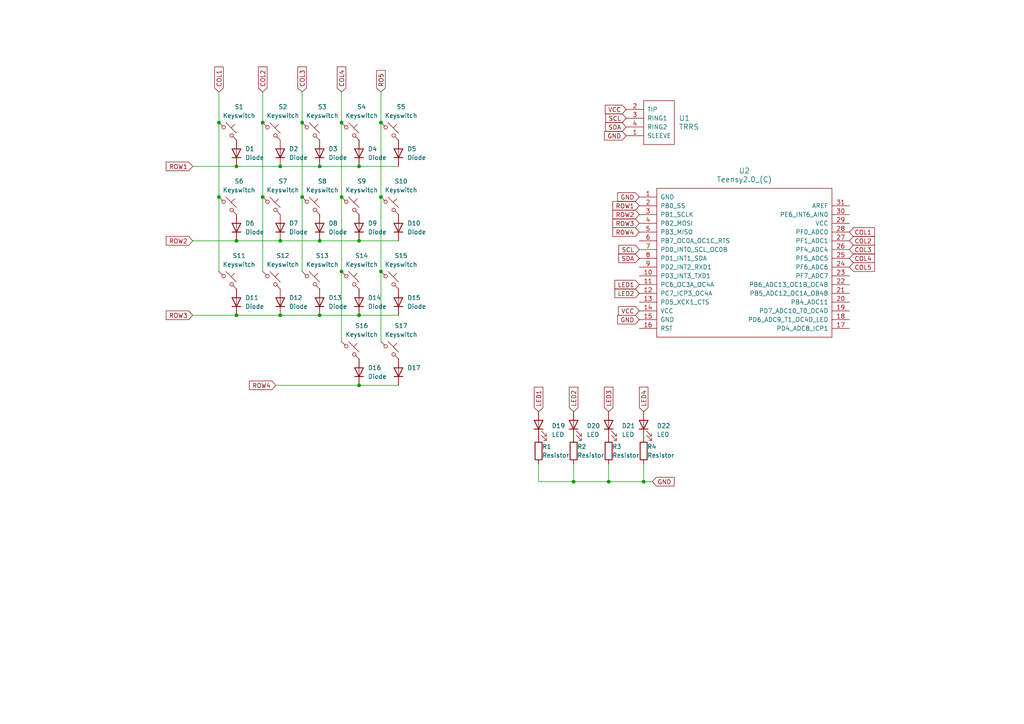
<source format=kicad_sch>
(kicad_sch (version 20231120) (generator "eeschema") (generator_version "8.0")
  (paper "A4")
  (lib_symbols
    (symbol "Device:LED" (pin_numbers hide) (pin_names (offset 1.016) hide)
      (property "Reference" "D" (at 0 2.54 0))
      (property "Value" "LED" (at 0 -2.54 0))
      (symbol "LED_0_1"
        (polyline (pts (xy -1.27 -1.27) (xy -1.27 1.27)) (stroke (width 0.254)))
        (polyline (pts (xy -1.27 0) (xy 1.27 0)))
        (polyline (pts (xy 1.27 -1.27) (xy 1.27 1.27) (xy -1.27 0) (xy 1.27 -1.27)) (stroke (width 0.254)))
        (polyline (pts (xy -3.048 -0.762) (xy -4.572 -2.286) (xy -3.81 -2.286) (xy -4.572 -2.286) (xy -4.572 -1.524)))
        (polyline (pts (xy -1.778 -0.762) (xy -3.302 -2.286) (xy -2.54 -2.286) (xy -3.302 -2.286) (xy -3.302 -1.524)))
      )
      (symbol "LED_1_1"
        (pin passive line (at -3.81 0 0) (length 2.54) (name "K") (number "1"))
        (pin passive line (at 3.81 0 180) (length 2.54) (name "A") (number "2"))
      )
    )
    (symbol "ScottoKeebs:Placeholder_Diode" (pin_numbers hide) (pin_names hide)
      (property "Reference" "D" (at 0 2.54 0))
      (property "Value" "Diode" (at 0 -2.54 0))
      (symbol "Placeholder_Diode_0_1"
        (polyline (pts (xy -1.27 1.27) (xy -1.27 -1.27)) (stroke (width 0.254)))
        (polyline (pts (xy 1.27 0) (xy -1.27 0)))
        (polyline (pts (xy 1.27 1.27) (xy 1.27 -1.27) (xy -1.27 0) (xy 1.27 1.27)) (stroke (width 0.254)))
      )
      (symbol "Placeholder_Diode_1_1"
        (pin passive line (at -3.81 0 0) (length 2.54) (name "K") (number "1"))
        (pin passive line (at 3.81 0 180) (length 2.54) (name "A") (number "2"))
      )
    )
    (symbol "ScottoKeebs:Placeholder_Keyswitch" (pin_numbers hide) (pin_names (offset 1.016) hide)
      (property "Reference" "S" (at 3.048 1.016 0))
      (property "Value" "Keyswitch" (at 0 -3.81 0))
      (symbol "Placeholder_Keyswitch_0_1"
        (circle (center -1.1684 1.1684) (radius 0.508))
        (polyline (pts (xy -0.508 2.54) (xy 2.54 -0.508)))
        (polyline (pts (xy 1.016 1.016) (xy 2.032 2.032)))
        (polyline (pts (xy -2.54 2.54) (xy -1.524 1.524) (xy -1.524 1.524)))
        (polyline (pts (xy 1.524 -1.524) (xy 2.54 -2.54) (xy 2.54 -2.54) (xy 2.54 -2.54)))
        (circle (center 1.143 -1.1938) (radius 0.508))
        (pin passive line (at -2.54 2.54 0) (length 0) (name "1") (number "1"))
        (pin passive line (at 2.54 -2.54 180) (length 0) (name "2") (number "2"))
      )
    )
    (symbol "ScottoKeebs:Placeholder_Resistor" (pin_numbers hide) (pin_names (offset 0))
      (property "Reference" "R" (at 0 2.032 0))
      (property "Value" "Resistor" (at 0 -2.54 0))
      (symbol "Placeholder_Resistor_0_1"
        (rectangle (start 2.54 -1.016) (end -2.54 1.016) (stroke (width 0.254)))
      )
      (symbol "Placeholder_Resistor_1_1"
        (pin passive line (at -3.81 0 0) (length 1.27) (name "~") (number "1"))
        (pin passive line (at 3.81 0 180) (length 1.27) (name "~") (number "2"))
      )
    )
    (symbol "ScottoKeebs:Placeholder_TRRS" (pin_names (offset 1.016))
      (property "Reference" "U" (at 0 15.24 0))
      (property "Value" "TRRS" (at 0 -2.54 0))
      (symbol "Placeholder_TRRS_0_1"
        (rectangle (start -3.81 0) (end -3.81 12.7))
        (rectangle (start -3.81 0) (end 5.08 0))
        (rectangle (start -3.81 12.7) (end 5.08 12.7))
        (rectangle (start 5.08 12.7) (end 5.08 0))
      )
      (symbol "Placeholder_TRRS_1_1"
        (pin input line (at -8.89 2.54 0) (length 5.08) (name "SLEEVE") (number "1"))
        (pin input line (at -8.89 10.16 0) (length 5.08) (name "TIP") (number "2"))
        (pin input line (at -8.89 7.62 0) (length 5.08) (name "RING1") (number "3"))
        (pin input line (at -8.89 5.08 0) (length 5.08) (name "RING2") (number "4"))
      )
    )
    (symbol "teensy:Teensy2.0_(C)" (pin_names (offset 1.016))
      (property "Reference" "U" (at 0 24.13 0))
      (property "Value" "Teensy2.0_(C)" (at 0 -24.13 0))
      (symbol "Teensy2.0_(C)_0_1"
        (rectangle (start -25.4 21.59) (end 25.4 -21.59))
      )
      (symbol "Teensy2.0_(C)_1_1"
        (pin power_in line (at -30.48 19.05 0) (length 5.08) (name "GND") (number "1"))
        (pin bidirectional line (at -30.48 -3.81 0) (length 5.08) (name "PD3_INT3_TXD1") (number "10"))
        (pin bidirectional line (at -30.48 -6.35 0) (length 5.08) (name "PC6_OC3A_OC4A") (number "11"))
        (pin bidirectional line (at -30.48 -8.89 0) (length 5.08) (name "PC7_ICP3_OC4A") (number "12"))
        (pin bidirectional line (at -30.48 -11.43 0) (length 5.08) (name "PD5_XCK1_CTS") (number "13"))
        (pin power_in line (at -30.48 -13.97 0) (length 5.08) (name "VCC") (number "14"))
        (pin power_in line (at -30.48 -16.51 0) (length 5.08) (name "GND") (number "15"))
        (pin input line (at -30.48 -19.05 0) (length 5.08) (name "RST") (number "16"))
        (pin bidirectional line (at 30.48 -19.05 180) (length 5.08) (name "PD4_ADC8_ICP1") (number "17"))
        (pin bidirectional line (at 30.48 -16.51 180) (length 5.08) (name "PD6_ADC9_T1_OC4D_LED") (number "18"))
        (pin bidirectional line (at 30.48 -13.97 180) (length 5.08) (name "PD7_ADC10_T0_OC4D") (number "19"))
        (pin bidirectional line (at -30.48 16.51 0) (length 5.08) (name "PB0_SS") (number "2"))
        (pin bidirectional line (at 30.48 -11.43 180) (length 5.08) (name "PB4_ADC11") (number "20"))
        (pin bidirectional line (at 30.48 -8.89 180) (length 5.08) (name "PB5_ADC12_OC1A_OB4B") (number "21"))
        (pin bidirectional line (at 30.48 -6.35 180) (length 5.08) (name "PB6_ADC13_OC1B_OC4B") (number "22"))
        (pin bidirectional line (at 30.48 -3.81 180) (length 5.08) (name "PF7_ADC7") (number "23"))
        (pin bidirectional line (at 30.48 -1.27 180) (length 5.08) (name "PF6_ADC6") (number "24"))
        (pin bidirectional line (at 30.48 1.27 180) (length 5.08) (name "PF5_ADC5") (number "25"))
        (pin bidirectional line (at 30.48 3.81 180) (length 5.08) (name "PF4_ADC4") (number "26"))
        (pin bidirectional line (at 30.48 6.35 180) (length 5.08) (name "PF1_ADC1") (number "27"))
        (pin bidirectional line (at 30.48 8.89 180) (length 5.08) (name "PF0_ADC0") (number "28"))
        (pin power_in line (at 30.48 11.43 180) (length 5.08) (name "VCC") (number "29"))
        (pin bidirectional line (at -30.48 13.97 0) (length 5.08) (name "PB1_SCLK") (number "3"))
        (pin bidirectional line (at 30.48 13.97 180) (length 5.08) (name "PE6_INT6_AIN0") (number "30"))
        (pin input line (at 30.48 16.51 180) (length 5.08) (name "AREF") (number "31"))
        (pin bidirectional line (at -30.48 11.43 0) (length 5.08) (name "PB2_MOSI") (number "4"))
        (pin bidirectional line (at -30.48 8.89 0) (length 5.08) (name "PB3_MISO") (number "5"))
        (pin bidirectional line (at -30.48 6.35 0) (length 5.08) (name "PB7_OC0A_OC1C_RTS") (number "6"))
        (pin bidirectional line (at -30.48 3.81 0) (length 5.08) (name "PD0_INT0_SCL_OC0B") (number "7"))
        (pin bidirectional line (at -30.48 1.27 0) (length 5.08) (name "PD1_INT1_SDA") (number "8"))
        (pin bidirectional line (at -30.48 -1.27 0) (length 5.08) (name "PD2_INT2_RXD1") (number "9"))
      )
    )
  )
  (junction (at 186.69 139.7))
  (junction (at 99.06 78.74))
  (junction (at 87.63 35.56))
  (junction (at 92.71 91.44))
  (junction (at 76.2 57.15))
  (junction (at 176.53 139.7))
  (junction (at 63.5 57.15))
  (junction (at 68.58 91.44))
  (junction (at 104.14 69.85))
  (junction (at 110.49 78.74))
  (junction (at 68.58 48.26))
  (junction (at 92.71 69.85))
  (junction (at 110.49 57.15))
  (junction (at 87.63 57.15))
  (junction (at 166.37 139.7))
  (junction (at 99.06 57.15))
  (junction (at 104.14 48.26))
  (junction (at 110.49 35.56))
  (junction (at 81.28 69.85))
  (junction (at 63.5 35.56))
  (junction (at 76.2 35.56))
  (junction (at 92.71 48.26))
  (junction (at 99.06 35.56))
  (junction (at 81.28 91.44))
  (junction (at 104.14 111.76))
  (junction (at 104.14 91.44))
  (junction (at 81.28 48.26))
  (junction (at 68.58 69.85))
  (wire (pts (xy 55.88 48.26) (xy 68.58 48.26)))
  (wire (pts (xy 63.5 57.15) (xy 63.5 78.74)))
  (wire (pts (xy 156.21 139.7) (xy 166.37 139.7)))
  (wire (pts (xy 104.14 111.76) (xy 115.57 111.76)))
  (wire (pts (xy 92.71 48.26) (xy 104.14 48.26)))
  (wire (pts (xy 156.21 134.62) (xy 156.21 139.7)))
  (wire (pts (xy 76.2 26.67) (xy 76.2 35.56)))
  (wire (pts (xy 81.28 48.26) (xy 92.71 48.26)))
  (wire (pts (xy 99.06 35.56) (xy 99.06 57.15)))
  (wire (pts (xy 87.63 57.15) (xy 87.63 78.74)))
  (wire (pts (xy 110.49 35.56) (xy 110.49 57.15)))
  (wire (pts (xy 80.01 111.76) (xy 104.14 111.76)))
  (wire (pts (xy 104.14 48.26) (xy 115.57 48.26)))
  (wire (pts (xy 92.71 91.44) (xy 104.14 91.44)))
  (wire (pts (xy 55.88 91.44) (xy 68.58 91.44)))
  (wire (pts (xy 110.49 78.74) (xy 110.49 99.06)))
  (wire (pts (xy 63.5 35.56) (xy 63.5 57.15)))
  (wire (pts (xy 110.49 26.67) (xy 110.49 35.56)))
  (wire (pts (xy 68.58 69.85) (xy 81.28 69.85)))
  (wire (pts (xy 99.06 78.74) (xy 99.06 99.06)))
  (wire (pts (xy 186.69 134.62) (xy 186.69 139.7)))
  (wire (pts (xy 81.28 69.85) (xy 92.71 69.85)))
  (wire (pts (xy 99.06 26.67) (xy 99.06 35.56)))
  (wire (pts (xy 55.88 69.85) (xy 68.58 69.85)))
  (wire (pts (xy 166.37 134.62) (xy 166.37 139.7)))
  (wire (pts (xy 166.37 139.7) (xy 176.53 139.7)))
  (wire (pts (xy 81.28 91.44) (xy 92.71 91.44)))
  (wire (pts (xy 68.58 48.26) (xy 81.28 48.26)))
  (wire (pts (xy 87.63 26.67) (xy 87.63 35.56)))
  (wire (pts (xy 68.58 91.44) (xy 81.28 91.44)))
  (wire (pts (xy 76.2 57.15) (xy 76.2 78.74)))
  (wire (pts (xy 63.5 26.67) (xy 63.5 35.56)))
  (wire (pts (xy 176.53 139.7) (xy 186.69 139.7)))
  (wire (pts (xy 176.53 134.62) (xy 176.53 139.7)))
  (wire (pts (xy 92.71 69.85) (xy 104.14 69.85)))
  (wire (pts (xy 104.14 69.85) (xy 115.57 69.85)))
  (wire (pts (xy 99.06 57.15) (xy 99.06 78.74)))
  (wire (pts (xy 87.63 35.56) (xy 87.63 57.15)))
  (wire (pts (xy 110.49 57.15) (xy 110.49 78.74)))
  (wire (pts (xy 76.2 35.56) (xy 76.2 57.15)))
  (wire (pts (xy 104.14 91.44) (xy 115.57 91.44)))
  (wire (pts (xy 186.69 139.7) (xy 189.23 139.7)))
  (global_label "LED4" (shape input) (at 186.69 119.38 90) (property "Intersheetrefs" "${INTERSHEET_REFS}" (effects (hide yes))))
  (global_label "GND" (shape input) (at 189.23 139.7 0) (property "Intersheetrefs" "${INTERSHEET_REFS}" (effects (hide yes))))
  (global_label "SCL" (shape input) (at 185.42 72.39 180) (property "Intersheetrefs" "${INTERSHEET_REFS}" (effects (hide yes))))
  (global_label "ROW3" (shape input) (at 55.88 91.44 180) (property "Intersheetrefs" "${INTERSHEET_REFS}" (effects (hide yes))))
  (global_label "LED3" (shape input) (at 176.53 119.38 90) (property "Intersheetrefs" "${INTERSHEET_REFS}" (effects (hide yes))))
  (global_label "GND" (shape input) (at 181.61 39.37 180) (property "Intersheetrefs" "${INTERSHEET_REFS}" (effects (hide yes))))
  (global_label "VCC" (shape input) (at 185.42 90.17 180) (property "Intersheetrefs" "${INTERSHEET_REFS}" (effects (hide yes))))
  (global_label "ROW1" (shape input) (at 55.88 48.26 180) (property "Intersheetrefs" "${INTERSHEET_REFS}" (effects (hide yes))))
  (global_label "COL3" (shape input) (at 87.63 26.67 90) (property "Intersheetrefs" "${INTERSHEET_REFS}" (effects (hide yes))))
  (global_label "LED1" (shape input) (at 185.42 82.55 180) (property "Intersheetrefs" "${INTERSHEET_REFS}" (effects (hide yes))))
  (global_label "ROW1" (shape input) (at 185.42 59.69 180) (property "Intersheetrefs" "${INTERSHEET_REFS}" (effects (hide yes))))
  (global_label "LED1" (shape input) (at 156.21 119.38 90) (property "Intersheetrefs" "${INTERSHEET_REFS}" (effects (hide yes))))
  (global_label "VCC" (shape input) (at 181.61 31.75 180) (property "Intersheetrefs" "${INTERSHEET_REFS}" (effects (hide yes))))
  (global_label "GND" (shape input) (at 185.42 92.71 180) (property "Intersheetrefs" "${INTERSHEET_REFS}" (effects (hide yes))))
  (global_label "ROW4" (shape input) (at 80.01 111.76 180) (property "Intersheetrefs" "${INTERSHEET_REFS}" (effects (hide yes))))
  (global_label "COL2" (shape input) (at 246.38 69.85 0) (property "Intersheetrefs" "${INTERSHEET_REFS}" (effects (hide yes))))
  (global_label "COL4" (shape input) (at 99.06 26.67 90) (property "Intersheetrefs" "${INTERSHEET_REFS}" (effects (hide yes))))
  (global_label "COL5" (shape input) (at 246.38 77.47 0) (property "Intersheetrefs" "${INTERSHEET_REFS}" (effects (hide yes))))
  (global_label "SDA" (shape input) (at 181.61 36.83 180) (property "Intersheetrefs" "${INTERSHEET_REFS}" (effects (hide yes))))
  (global_label "ROW3" (shape input) (at 185.42 64.77 180) (property "Intersheetrefs" "${INTERSHEET_REFS}" (effects (hide yes))))
  (global_label "SCL" (shape input) (at 181.61 34.29 180) (property "Intersheetrefs" "${INTERSHEET_REFS}" (effects (hide yes))))
  (global_label "SDA" (shape input) (at 185.42 74.93 180) (property "Intersheetrefs" "${INTERSHEET_REFS}" (effects (hide yes))))
  (global_label "COL1" (shape input) (at 246.38 67.31 0) (property "Intersheetrefs" "${INTERSHEET_REFS}" (effects (hide yes))))
  (global_label "ROW4" (shape input) (at 185.42 67.31 180) (property "Intersheetrefs" "${INTERSHEET_REFS}" (effects (hide yes))))
  (global_label "COL3" (shape input) (at 246.38 72.39 0) (property "Intersheetrefs" "${INTERSHEET_REFS}" (effects (hide yes))))
  (global_label "GND" (shape input) (at 185.42 57.15 180) (property "Intersheetrefs" "${INTERSHEET_REFS}" (effects (hide yes))))
  (global_label "LED2" (shape input) (at 166.37 119.38 90) (property "Intersheetrefs" "${INTERSHEET_REFS}" (effects (hide yes))))
  (global_label "COL2" (shape input) (at 76.2 26.67 90) (property "Intersheetrefs" "${INTERSHEET_REFS}" (effects (hide yes))))
  (global_label "LED2" (shape input) (at 185.42 85.09 180) (property "Intersheetrefs" "${INTERSHEET_REFS}" (effects (hide yes))))
  (global_label "COL1" (shape input) (at 63.5 26.67 90) (property "Intersheetrefs" "${INTERSHEET_REFS}" (effects (hide yes))))
  (global_label "COL4" (shape input) (at 246.38 74.93 0) (property "Intersheetrefs" "${INTERSHEET_REFS}" (effects (hide yes))))
  (global_label "RO5" (shape input) (at 110.49 26.67 90) (property "Intersheetrefs" "${INTERSHEET_REFS}" (effects (hide yes))))
  (global_label "ROW2" (shape input) (at 185.42 62.23 180) (property "Intersheetrefs" "${INTERSHEET_REFS}" (effects (hide yes))))
  (global_label "ROW2" (shape input) (at 55.88 69.85 180) (property "Intersheetrefs" "${INTERSHEET_REFS}" (effects (hide yes))))
  (symbol (lib_id "Device:LED") (at 176.53 123.19 90) (unit 1)
    (property "Reference" "D21" (at 180.34 123.5074 90) (effects (justify right)))
    (property "Value" "LED" (at 180.34 126.0474 90) (effects (justify right)))
    (property "Footprint" "LED_THT:LED_D1.8mm_W3.3mm_H2.4mm" (effects (hide yes)))
    (property "Description" "Light emitting diode" (effects (hide yes)))
  )
  (symbol (lib_id "ScottoKeebs:Placeholder_Diode") (at 115.57 66.04 90) (unit 1)
    (property "Reference" "D10" (at 118.11 64.7699 90) (effects (justify right)))
    (property "Value" "Diode" (at 118.11 67.3099 90) (effects (justify right)))
    (property "Footprint" "ScottoKeebs_Components:Diode_DO-35" (effects (hide yes)))
    (property "Description" "1N4148 (DO-35) or 1N4148W (SOD-123)" (effects (hide yes)))
    (property "Sim.Device" "D" (effects (hide yes)))
    (property "Sim.Pins" "1=K 2=A" (effects (hide yes)))
  )
  (symbol (lib_id "ScottoKeebs:Placeholder_Diode") (at 104.14 107.95 90) (unit 1)
    (property "Reference" "D16" (at 106.68 106.6799 90) (effects (justify right)))
    (property "Value" "Diode" (at 106.68 109.2199 90) (effects (justify right)))
    (property "Footprint" "ScottoKeebs_Components:Diode_DO-35" (effects (hide yes)))
    (property "Description" "1N4148 (DO-35) or 1N4148W (SOD-123)" (effects (hide yes)))
    (property "Sim.Device" "D" (effects (hide yes)))
    (property "Sim.Pins" "1=K 2=A" (effects (hide yes)))
  )
  (symbol (lib_id "ScottoKeebs:Placeholder_Keyswitch") (at 78.74 38.1 0) (unit 1)
    (property "Reference" "S2" (at 82.042 30.988 0))
    (property "Value" "Keyswitch" (at 82.042 33.528 0))
    (property "Footprint" "ScottoKeebs_MX:MX_PCB_1.00u" (effects (hide yes)))
    (property "Description" "Push button switch, normally open, two pins, 45° tilted" (effects (hide yes)))
  )
  (symbol (lib_id "Device:LED") (at 156.21 123.19 90) (unit 1)
    (property "Reference" "D19" (at 160.02 123.5074 90) (effects (justify right)))
    (property "Value" "LED" (at 160.02 126.0474 90) (effects (justify right)))
    (property "Footprint" "LED_THT:LED_D1.8mm_W3.3mm_H2.4mm" (effects (hide yes)))
    (property "Description" "Light emitting diode" (effects (hide yes)))
  )
  (symbol (lib_id "ScottoKeebs:Placeholder_Resistor") (at 186.69 130.81 90) (unit 1)
    (property "Reference" "R4" (at 187.706 129.54 90) (effects (justify right)))
    (property "Value" "Resistor" (at 187.706 132.08 90) (effects (justify right)))
    (property "Footprint" "Resistor_THT:R_Axial_DIN0207_L6.3mm_D2.5mm_P10.16mm_Horizontal" (effects (hide yes)))
    (property "Description" "Resistor" (effects (hide yes)))
  )
  (symbol (lib_id "ScottoKeebs:Placeholder_Keyswitch") (at 90.17 38.1 0) (unit 1)
    (property "Reference" "S3" (at 93.472 30.988 0))
    (property "Value" "Keyswitch" (at 93.472 33.528 0))
    (property "Footprint" "ScottoKeebs_MX:MX_PCB_1.00u" (effects (hide yes)))
    (property "Description" "Push button switch, normally open, two pins, 45° tilted" (effects (hide yes)))
  )
  (symbol (lib_id "ScottoKeebs:Placeholder_Keyswitch") (at 113.03 38.1 0) (unit 1)
    (property "Reference" "S5" (at 116.332 30.988 0))
    (property "Value" "Keyswitch" (at 116.332 33.528 0))
    (property "Footprint" "ScottoKeebs_MX:MX_PCB_1.00u" (effects (hide yes)))
    (property "Description" "Push button switch, normally open, two pins, 45° tilted" (effects (hide yes)))
  )
  (symbol (lib_id "ScottoKeebs:Placeholder_Diode") (at 115.57 44.45 90) (unit 1)
    (property "Reference" "D5" (at 118.11 43.1799 90) (effects (justify right)))
    (property "Value" "Diode" (at 118.11 45.7199 90) (effects (justify right)))
    (property "Footprint" "ScottoKeebs_Components:Diode_DO-35" (effects (hide yes)))
    (property "Description" "1N4148 (DO-35) or 1N4148W (SOD-123)" (effects (hide yes)))
    (property "Sim.Device" "D" (effects (hide yes)))
    (property "Sim.Pins" "1=K 2=A" (effects (hide yes)))
  )
  (symbol (lib_id "Device:LED") (at 186.69 123.19 90) (unit 1)
    (property "Reference" "D22" (at 190.5 123.5074 90) (effects (justify right)))
    (property "Value" "LED" (at 190.5 126.0474 90) (effects (justify right)))
    (property "Footprint" "LED_THT:LED_D1.8mm_W3.3mm_H2.4mm" (effects (hide yes)))
    (property "Description" "Light emitting diode" (effects (hide yes)))
  )
  (symbol (lib_id "ScottoKeebs:Placeholder_Keyswitch") (at 113.03 101.6 0) (unit 1)
    (property "Reference" "S17" (at 116.332 94.488 0))
    (property "Value" "Keyswitch" (at 116.332 97.028 0))
    (property "Footprint" "ScottoKeebs_MX:MX_PCB_1.00u" (effects (hide yes)))
    (property "Description" "Push button switch, normally open, two pins, 45° tilted" (effects (hide yes)))
  )
  (symbol (lib_id "ScottoKeebs:Placeholder_Keyswitch") (at 113.03 81.28 0) (unit 1)
    (property "Reference" "S15" (at 116.332 74.168 0))
    (property "Value" "Keyswitch" (at 116.332 76.708 0))
    (property "Footprint" "ScottoKeebs_MX:MX_PCB_1.00u" (effects (hide yes)))
    (property "Description" "Push button switch, normally open, two pins, 45° tilted" (effects (hide yes)))
  )
  (symbol (lib_id "ScottoKeebs:Placeholder_Diode") (at 92.71 87.63 90) (unit 1)
    (property "Reference" "D13" (at 95.25 86.3599 90) (effects (justify right)))
    (property "Value" "Diode" (at 95.25 88.8999 90) (effects (justify right)))
    (property "Footprint" "ScottoKeebs_Components:Diode_DO-35" (effects (hide yes)))
    (property "Description" "1N4148 (DO-35) or 1N4148W (SOD-123)" (effects (hide yes)))
    (property "Sim.Device" "D" (effects (hide yes)))
    (property "Sim.Pins" "1=K 2=A" (effects (hide yes)))
  )
  (symbol (lib_id "teensy:Teensy2.0_(C)") (at 215.9 76.2 0) (unit 1)
    (property "Reference" "U2" (at 215.9 49.53 0) (effects (font (size 1.524 1.524))))
    (property "Value" "Teensy2.0_(C)" (at 215.9 52.07 0) (effects (font (size 1.524 1.524))))
    (property "Footprint" "teensy.pretty-master:Teensy2.0" (effects (hide yes)))
  )
  (symbol (lib_id "ScottoKeebs:Placeholder_Keyswitch") (at 66.04 38.1 0) (unit 1)
    (property "Reference" "S1" (at 69.342 30.988 0))
    (property "Value" "Keyswitch" (at 69.342 33.528 0))
    (property "Footprint" "ScottoKeebs_MX:MX_PCB_1.00u" (effects (hide yes)))
    (property "Description" "Push button switch, normally open, two pins, 45° tilted" (effects (hide yes)))
  )
  (symbol (lib_id "ScottoKeebs:Placeholder_Keyswitch") (at 90.17 81.28 0) (unit 1)
    (property "Reference" "S13" (at 93.472 74.168 0))
    (property "Value" "Keyswitch" (at 93.472 76.708 0))
    (property "Footprint" "ScottoKeebs_MX:MX_PCB_1.00u" (effects (hide yes)))
    (property "Description" "Push button switch, normally open, two pins, 45° tilted" (effects (hide yes)))
  )
  (symbol (lib_id "ScottoKeebs:Placeholder_Diode") (at 104.14 44.45 90) (unit 1)
    (property "Reference" "D4" (at 106.68 43.1799 90) (effects (justify right)))
    (property "Value" "Diode" (at 106.68 45.7199 90) (effects (justify right)))
    (property "Footprint" "ScottoKeebs_Components:Diode_DO-35" (effects (hide yes)))
    (property "Description" "1N4148 (DO-35) or 1N4148W (SOD-123)" (effects (hide yes)))
    (property "Sim.Device" "D" (effects (hide yes)))
    (property "Sim.Pins" "1=K 2=A" (effects (hide yes)))
  )
  (symbol (lib_id "ScottoKeebs:Placeholder_Diode") (at 92.71 66.04 90) (unit 1)
    (property "Reference" "D8" (at 95.25 64.7699 90) (effects (justify right)))
    (property "Value" "Diode" (at 95.25 67.3099 90) (effects (justify right)))
    (property "Footprint" "ScottoKeebs_Components:Diode_DO-35" (effects (hide yes)))
    (property "Description" "1N4148 (DO-35) or 1N4148W (SOD-123)" (effects (hide yes)))
    (property "Sim.Device" "D" (effects (hide yes)))
    (property "Sim.Pins" "1=K 2=A" (effects (hide yes)))
  )
  (symbol (lib_id "ScottoKeebs:Placeholder_Keyswitch") (at 101.6 101.6 0) (unit 1)
    (property "Reference" "S16" (at 104.902 94.488 0))
    (property "Value" "Keyswitch" (at 104.902 97.028 0))
    (property "Footprint" "ScottoKeebs_MX:MX_PCB_1.00u" (effects (hide yes)))
    (property "Description" "Push button switch, normally open, two pins, 45° tilted" (effects (hide yes)))
  )
  (symbol (lib_id "ScottoKeebs:Placeholder_Diode") (at 81.28 87.63 90) (unit 1)
    (property "Reference" "D12" (at 83.82 86.3599 90) (effects (justify right)))
    (property "Value" "Diode" (at 83.82 88.8999 90) (effects (justify right)))
    (property "Footprint" "ScottoKeebs_Components:Diode_DO-35" (effects (hide yes)))
    (property "Description" "1N4148 (DO-35) or 1N4148W (SOD-123)" (effects (hide yes)))
    (property "Sim.Device" "D" (effects (hide yes)))
    (property "Sim.Pins" "1=K 2=A" (effects (hide yes)))
  )
  (symbol (lib_id "ScottoKeebs:Placeholder_Diode") (at 104.14 66.04 90) (unit 1)
    (property "Reference" "D9" (at 106.68 64.7699 90) (effects (justify right)))
    (property "Value" "Diode" (at 106.68 67.3099 90) (effects (justify right)))
    (property "Footprint" "ScottoKeebs_Components:Diode_DO-35" (effects (hide yes)))
    (property "Description" "1N4148 (DO-35) or 1N4148W (SOD-123)" (effects (hide yes)))
    (property "Sim.Device" "D" (effects (hide yes)))
    (property "Sim.Pins" "1=K 2=A" (effects (hide yes)))
  )
  (symbol (lib_id "ScottoKeebs:Placeholder_Diode") (at 115.57 107.95 90) (unit 1)
    (property "Reference" "D17" (at 118.11 106.6799 90) (effects (justify right)))
    (property "Value" "Diode" (effects (hide yes)))
    (property "Footprint" "ScottoKeebs_Components:Diode_DO-35" (effects (hide yes)))
    (property "Description" "1N4148 (DO-35) or 1N4148W (SOD-123)" (effects (hide yes)))
    (property "Sim.Device" "D" (effects (hide yes)))
    (property "Sim.Pins" "1=K 2=A" (effects (hide yes)))
  )
  (symbol (lib_id "ScottoKeebs:Placeholder_Diode") (at 68.58 66.04 90) (unit 1)
    (property "Reference" "D6" (at 71.12 64.7699 90) (effects (justify right)))
    (property "Value" "Diode" (at 71.12 67.3099 90) (effects (justify right)))
    (property "Footprint" "ScottoKeebs_Components:Diode_DO-35" (effects (hide yes)))
    (property "Description" "1N4148 (DO-35) or 1N4148W (SOD-123)" (effects (hide yes)))
    (property "Sim.Device" "D" (effects (hide yes)))
    (property "Sim.Pins" "1=K 2=A" (effects (hide yes)))
  )
  (symbol (lib_id "ScottoKeebs:Placeholder_Keyswitch") (at 90.17 59.69 0) (unit 1)
    (property "Reference" "S8" (at 93.472 52.578 0))
    (property "Value" "Keyswitch" (at 93.472 55.118 0))
    (property "Footprint" "ScottoKeebs_MX:MX_PCB_1.00u" (effects (hide yes)))
    (property "Description" "Push button switch, normally open, two pins, 45° tilted" (effects (hide yes)))
  )
  (symbol (lib_id "ScottoKeebs:Placeholder_Keyswitch") (at 78.74 59.69 0) (unit 1)
    (property "Reference" "S7" (at 82.042 52.578 0))
    (property "Value" "Keyswitch" (at 82.042 55.118 0))
    (property "Footprint" "ScottoKeebs_MX:MX_PCB_1.00u" (effects (hide yes)))
    (property "Description" "Push button switch, normally open, two pins, 45° tilted" (effects (hide yes)))
  )
  (symbol (lib_id "ScottoKeebs:Placeholder_Keyswitch") (at 78.74 81.28 0) (unit 1)
    (property "Reference" "S12" (at 82.042 74.168 0))
    (property "Value" "Keyswitch" (at 82.042 76.708 0))
    (property "Footprint" "ScottoKeebs_MX:MX_PCB_1.00u" (effects (hide yes)))
    (property "Description" "Push button switch, normally open, two pins, 45° tilted" (effects (hide yes)))
  )
  (symbol (lib_id "ScottoKeebs:Placeholder_Diode") (at 104.14 87.63 90) (unit 1)
    (property "Reference" "D14" (at 106.68 86.3599 90) (effects (justify right)))
    (property "Value" "Diode" (at 106.68 88.8999 90) (effects (justify right)))
    (property "Footprint" "ScottoKeebs_Components:Diode_DO-35" (effects (hide yes)))
    (property "Description" "1N4148 (DO-35) or 1N4148W (SOD-123)" (effects (hide yes)))
    (property "Sim.Device" "D" (effects (hide yes)))
    (property "Sim.Pins" "1=K 2=A" (effects (hide yes)))
  )
  (symbol (lib_id "ScottoKeebs:Placeholder_Keyswitch") (at 66.04 59.69 0) (unit 1)
    (property "Reference" "S6" (at 69.342 52.578 0))
    (property "Value" "Keyswitch" (at 69.342 55.118 0))
    (property "Footprint" "ScottoKeebs_MX:MX_PCB_1.00u" (effects (hide yes)))
    (property "Description" "Push button switch, normally open, two pins, 45° tilted" (effects (hide yes)))
  )
  (symbol (lib_id "ScottoKeebs:Placeholder_Diode") (at 81.28 66.04 90) (unit 1)
    (property "Reference" "D7" (at 83.82 64.7699 90) (effects (justify right)))
    (property "Value" "Diode" (at 83.82 67.3099 90) (effects (justify right)))
    (property "Footprint" "ScottoKeebs_Components:Diode_DO-35" (effects (hide yes)))
    (property "Description" "1N4148 (DO-35) or 1N4148W (SOD-123)" (effects (hide yes)))
    (property "Sim.Device" "D" (effects (hide yes)))
    (property "Sim.Pins" "1=K 2=A" (effects (hide yes)))
  )
  (symbol (lib_id "ScottoKeebs:Placeholder_Keyswitch") (at 66.04 81.28 0) (unit 1)
    (property "Reference" "S11" (at 69.342 74.168 0))
    (property "Value" "Keyswitch" (at 69.342 76.708 0))
    (property "Footprint" "ScottoKeebs_MX:MX_PCB_1.00u" (effects (hide yes)))
    (property "Description" "Push button switch, normally open, two pins, 45° tilted" (effects (hide yes)))
  )
  (symbol (lib_id "ScottoKeebs:Placeholder_Keyswitch") (at 101.6 81.28 0) (unit 1)
    (property "Reference" "S14" (at 104.902 74.168 0))
    (property "Value" "Keyswitch" (at 104.902 76.708 0))
    (property "Footprint" "ScottoKeebs_MX:MX_PCB_1.00u" (effects (hide yes)))
    (property "Description" "Push button switch, normally open, two pins, 45° tilted" (effects (hide yes)))
  )
  (symbol (lib_id "ScottoKeebs:Placeholder_Keyswitch") (at 101.6 59.69 0) (unit 1)
    (property "Reference" "S9" (at 104.902 52.578 0))
    (property "Value" "Keyswitch" (at 104.902 55.118 0))
    (property "Footprint" "ScottoKeebs_MX:MX_PCB_1.00u" (effects (hide yes)))
    (property "Description" "Push button switch, normally open, two pins, 45° tilted" (effects (hide yes)))
  )
  (symbol (lib_id "Device:LED") (at 166.37 123.19 90) (unit 1)
    (property "Reference" "D20" (at 170.18 123.5074 90) (effects (justify right)))
    (property "Value" "LED" (at 170.18 126.0474 90) (effects (justify right)))
    (property "Footprint" "LED_THT:LED_D1.8mm_W3.3mm_H2.4mm" (effects (hide yes)))
    (property "Description" "Light emitting diode" (effects (hide yes)))
  )
  (symbol (lib_id "ScottoKeebs:Placeholder_Diode") (at 68.58 87.63 90) (unit 1)
    (property "Reference" "D11" (at 71.12 86.3599 90) (effects (justify right)))
    (property "Value" "Diode" (at 71.12 88.8999 90) (effects (justify right)))
    (property "Footprint" "ScottoKeebs_Components:Diode_DO-35" (effects (hide yes)))
    (property "Description" "1N4148 (DO-35) or 1N4148W (SOD-123)" (effects (hide yes)))
    (property "Sim.Device" "D" (effects (hide yes)))
    (property "Sim.Pins" "1=K 2=A" (effects (hide yes)))
  )
  (symbol (lib_id "ScottoKeebs:Placeholder_Keyswitch") (at 101.6 38.1 0) (unit 1)
    (property "Reference" "S4" (at 104.902 30.988 0))
    (property "Value" "Keyswitch" (at 104.902 33.528 0))
    (property "Footprint" "ScottoKeebs_MX:MX_PCB_1.00u" (effects (hide yes)))
    (property "Description" "Push button switch, normally open, two pins, 45° tilted" (effects (hide yes)))
  )
  (symbol (lib_id "ScottoKeebs:Placeholder_Resistor") (at 166.37 130.81 90) (unit 1)
    (property "Reference" "R2" (at 167.386 129.54 90) (effects (justify right)))
    (property "Value" "Resistor" (at 167.386 132.08 90) (effects (justify right)))
    (property "Footprint" "Resistor_THT:R_Axial_DIN0207_L6.3mm_D2.5mm_P10.16mm_Horizontal" (effects (hide yes)))
    (property "Description" "Resistor" (effects (hide yes)))
  )
  (symbol (lib_id "ScottoKeebs:Placeholder_Resistor") (at 156.21 130.81 90) (unit 1)
    (property "Reference" "R1" (at 157.226 129.54 90) (effects (justify right)))
    (property "Value" "Resistor" (at 157.226 132.08 90) (effects (justify right)))
    (property "Footprint" "Resistor_THT:R_Axial_DIN0207_L6.3mm_D2.5mm_P10.16mm_Horizontal" (effects (hide yes)))
    (property "Description" "Resistor" (effects (hide yes)))
  )
  (symbol (lib_id "ScottoKeebs:Placeholder_TRRS") (at 190.5 41.91 0) (unit 1)
    (property "Reference" "U1" (at 196.85 34.2899 0) (effects (font (size 1.524 1.524)) (justify left)))
    (property "Value" "TRRS" (at 196.85 36.8299 0) (effects (font (size 1.524 1.524)) (justify left)))
    (property "Footprint" "ScottoKeebs_Components:TRRS_PJ-320A" (effects (hide yes)))
  )
  (symbol (lib_id "ScottoKeebs:Placeholder_Diode") (at 68.58 44.45 90) (unit 1)
    (property "Reference" "D1" (at 71.12 43.1799 90) (effects (justify right)))
    (property "Value" "Diode" (at 71.12 45.7199 90) (effects (justify right)))
    (property "Footprint" "ScottoKeebs_Components:Diode_DO-35" (effects (hide yes)))
    (property "Description" "1N4148 (DO-35) or 1N4148W (SOD-123)" (effects (hide yes)))
    (property "Sim.Device" "D" (effects (hide yes)))
    (property "Sim.Pins" "1=K 2=A" (effects (hide yes)))
  )
  (symbol (lib_id "ScottoKeebs:Placeholder_Diode") (at 92.71 44.45 90) (unit 1)
    (property "Reference" "D3" (at 95.25 43.1799 90) (effects (justify right)))
    (property "Value" "Diode" (at 95.25 45.7199 90) (effects (justify right)))
    (property "Footprint" "ScottoKeebs_Components:Diode_DO-35" (effects (hide yes)))
    (property "Description" "1N4148 (DO-35) or 1N4148W (SOD-123)" (effects (hide yes)))
    (property "Sim.Device" "D" (effects (hide yes)))
    (property "Sim.Pins" "1=K 2=A" (effects (hide yes)))
  )
  (symbol (lib_id "ScottoKeebs:Placeholder_Keyswitch") (at 113.03 59.69 0) (unit 1)
    (property "Reference" "S10" (at 116.332 52.578 0))
    (property "Value" "Keyswitch" (at 116.332 55.118 0))
    (property "Footprint" "ScottoKeebs_MX:MX_PCB_1.00u" (effects (hide yes)))
    (property "Description" "Push button switch, normally open, two pins, 45° tilted" (effects (hide yes)))
  )
  (symbol (lib_id "ScottoKeebs:Placeholder_Diode") (at 115.57 87.63 90) (unit 1)
    (property "Reference" "D15" (at 118.11 86.3599 90) (effects (justify right)))
    (property "Value" "Diode" (at 118.11 88.8999 90) (effects (justify right)))
    (property "Footprint" "ScottoKeebs_Components:Diode_DO-35" (effects (hide yes)))
    (property "Description" "1N4148 (DO-35) or 1N4148W (SOD-123)" (effects (hide yes)))
    (property "Sim.Device" "D" (effects (hide yes)))
    (property "Sim.Pins" "1=K 2=A" (effects (hide yes)))
  )
  (symbol (lib_id "ScottoKeebs:Placeholder_Diode") (at 81.28 44.45 90) (unit 1)
    (property "Reference" "D2" (at 83.82 43.1799 90) (effects (justify right)))
    (property "Value" "Diode" (at 83.82 45.7199 90) (effects (justify right)))
    (property "Footprint" "ScottoKeebs_Components:Diode_DO-35" (effects (hide yes)))
    (property "Description" "1N4148 (DO-35) or 1N4148W (SOD-123)" (effects (hide yes)))
    (property "Sim.Device" "D" (effects (hide yes)))
    (property "Sim.Pins" "1=K 2=A" (effects (hide yes)))
  )
  (symbol (lib_id "ScottoKeebs:Placeholder_Resistor") (at 176.53 130.81 90) (unit 1)
    (property "Reference" "R3" (at 177.546 129.54 90) (effects (justify right)))
    (property "Value" "Resistor" (at 177.546 132.08 90) (effects (justify right)))
    (property "Footprint" "Resistor_THT:R_Axial_DIN0207_L6.3mm_D2.5mm_P10.16mm_Horizontal" (effects (hide yes)))
    (property "Description" "Resistor" (effects (hide yes)))
  )
)
</source>
